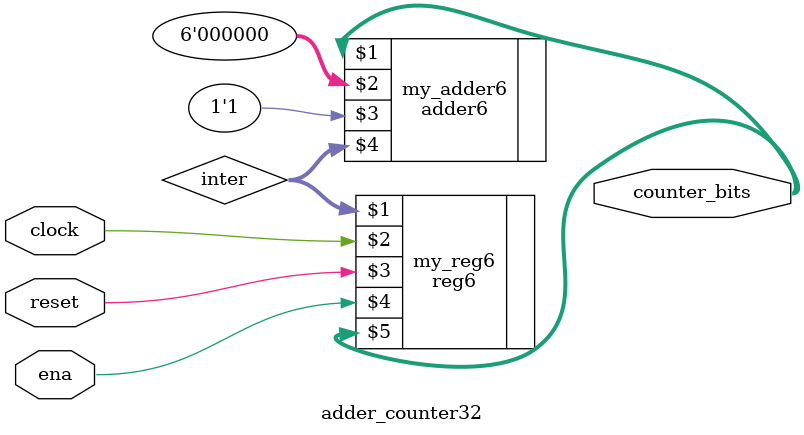
<source format=v>
/*********************************************************/

module adder_counter16(clock, reset, ena, counter_bits);

	input clock, reset, ena;
	output [4:0] counter_bits;
	wire [4:0] inter;
	
	reg5 my_reg5(inter, clock, reset, ena, counter_bits);
	
	adder5 my_adder5(counter_bits, {5{1'b0}}, 1'b1, inter);

endmodule

/*********************************************************/

module adder_counter32(clock, reset, ena, counter_bits);

	input clock, reset, ena;
	output [5:0] counter_bits;
	wire [5:0] inter;
	
	reg6 my_reg6(inter, clock, reset, ena, counter_bits);
	
	adder6 my_adder6(counter_bits, {6{1'b0}}, 1'b1, inter);

endmodule

/*********************************************************/
</source>
